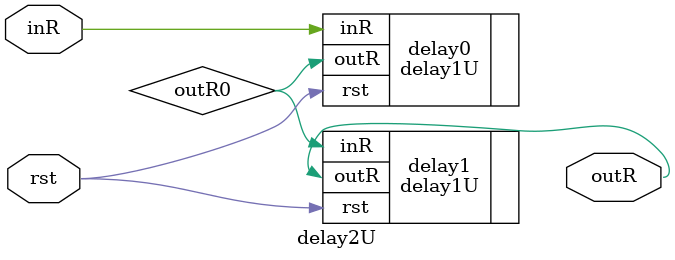
<source format=v>
`timescale 1ns / 1ps


(*KEEP="TRUE"*)(*dont_touch = "yes"*)(*OPTIMIZE="OFF"*)module delay2U(
    inR, outR,rst
    );
    (*KEEP="TRUE"*)(*dont_touch = "yes"*)(*OPTIMIZE="OFF"*)input inR;
    (*KEEP="TRUE"*)(*dont_touch = "yes"*)(*OPTIMIZE="OFF"*)input rst;
    (*KEEP="TRUE"*)(*dont_touch = "yes"*)(*OPTIMIZE="OFF"*)output outR;
    
    (*KEEP="TRUE"*)(*dont_touch = "yes"*)(*OPTIMIZE="OFF"*)wire outR0;
    (*KEEP="TRUE"*)(*dont_touch = "yes"*)(*OPTIMIZE="OFF"*)delay1U delay0(.inR(inR), .outR(outR0),.rst(rst));
    (*KEEP="TRUE"*)(*dont_touch = "yes"*)(*OPTIMIZE="OFF"*)delay1U delay1(.inR(outR0), .outR(outR),.rst(rst));
    
endmodule

</source>
